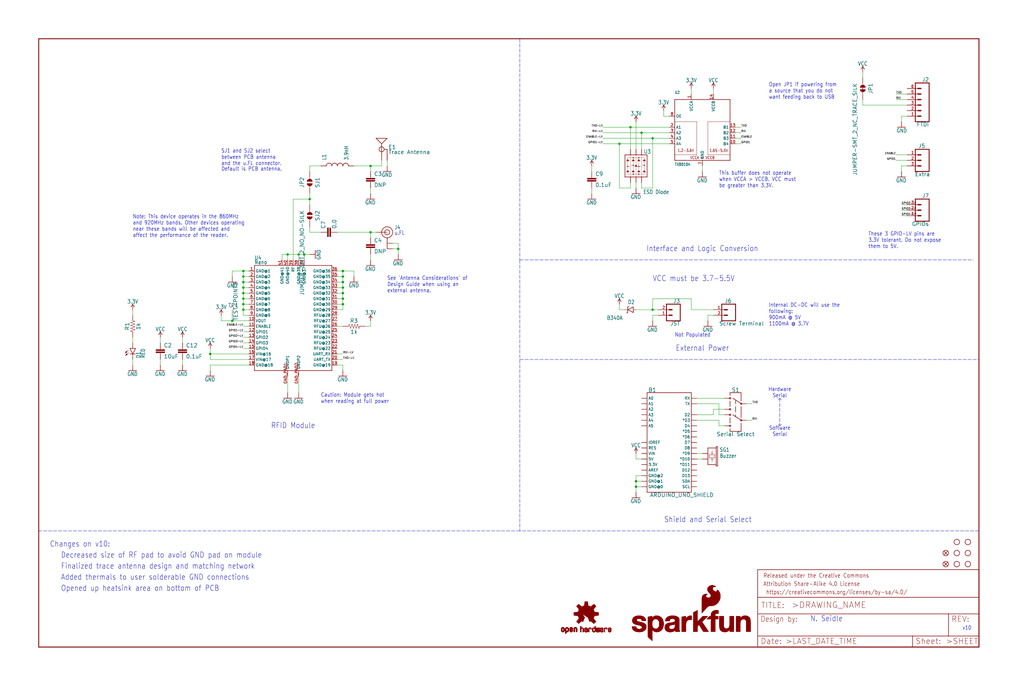
<source format=kicad_sch>
(kicad_sch (version 20211123) (generator eeschema)
  (paper "User" 470.306 317.906)
  (lib_symbols
    (symbol "eagleSchem-eagle-import:0.1UF-0603-25V-(+80{slash}-20%)"
      (property "Reference" "C" (at 1.524 2.921 0))
      (property "Value" "0.1UF-0603-25V-(+80{slash}-20%)" (at 1.524 -2.159 0))
      (symbol "0.1UF-0603-25V-(+80{slash}-20%)_1_0"
        (pin passive line (at 0 5.08 270) (length 2.54) (name "1") (number "1"))
        (pin passive line (at 0 -2.54 90) (length 2.54) (name "2") (number "2"))
      )
    )
    (symbol "eagleSchem-eagle-import:1.0PF-0603-50V-25%"
      (property "Reference" "C" (at 1.524 2.921 0))
      (property "Value" "1.0PF-0603-50V-25%" (at 1.524 -2.159 0))
      (symbol "1.0PF-0603-50V-25%_1_0"
        (pin passive line (at 0 5.08 270) (length 2.54) (name "1") (number "1"))
        (pin passive line (at 0 -2.54 90) (length 2.54) (name "2") (number "2"))
      )
    )
    (symbol "eagleSchem-eagle-import:10UF-0805-10V-10%"
      (property "Reference" "C" (at 1.524 2.921 0))
      (property "Value" "10UF-0805-10V-10%" (at 1.524 -2.159 0))
      (symbol "10UF-0805-10V-10%_1_0"
        (pin passive line (at 0 5.08 270) (length 2.54) (name "1") (number "1"))
        (pin passive line (at 0 -2.54 90) (length 2.54) (name "2") (number "2"))
      )
    )
    (symbol "eagleSchem-eagle-import:1KOHM-0603-1{slash}10W-1%"
      (property "Reference" "R" (at 0 1.524 0))
      (property "Value" "1KOHM-0603-1{slash}10W-1%" (at 0 -1.524 0))
      (symbol "1KOHM-0603-1{slash}10W-1%_1_0"
        (pin passive line (at -5.08 0 0) (length 2.54) (name "1") (number "1"))
        (pin passive line (at 5.08 0 180) (length 2.54) (name "2") (number "2"))
      )
    )
    (symbol "eagleSchem-eagle-import:3.3V" (power)
      (property "Value" "3.3V" (at 0 2.794 0))
      (symbol "3.3V_1_0"
        (pin power_in line (at 0 0 90) (length 2.54) (name "3.3V") (number "1"))
      )
    )
    (symbol "eagleSchem-eagle-import:3.9NH_-+0.3NH_300MA(0603)0603"
      (property "Reference" "L" (at 2.54 5.08 0))
      (property "Value" "3.9NH_-+0.3NH_300MA(0603)0603" (at 2.54 -5.08 0))
      (symbol "3.9NH_-+0.3NH_300MA(0603)0603_1_0"
        (pin passive line (at 0 7.62 270) (length 2.54) (name "1") (number "1"))
        (pin passive line (at 0 -7.62 90) (length 2.54) (name "2") (number "2"))
      )
    )
    (symbol "eagleSchem-eagle-import:ANTENNA_GROUNDED1"
      (property "Reference" "E" (at 3.048 0 0))
      (property "Value" "ANTENNA_GROUNDED1" (at 3.048 -2.286 0))
      (symbol "ANTENNA_GROUNDED1_1_0"
        (pin bidirectional line (at 0 -5.08 90) (length 2.54) (name "SIGNAL") (number "ANT"))
        (pin bidirectional line (at 2.54 -5.08 90) (length 2.54) (name "GND") (number "GND@1"))
        (pin bidirectional line (at 2.54 -5.08 90) (length 2.54) (name "GND") (number "GND@2"))
        (pin bidirectional line (at 2.54 -5.08 90) (length 2.54) (name "GND") (number "GND@3"))
      )
    )
    (symbol "eagleSchem-eagle-import:ARDUINO_UNO_R3_SHIELDBASIC"
      (property "Reference" "B" (at -9.652 20.574 0))
      (property "Value" "ARDUINO_UNO_R3_SHIELDBASIC" (at -8.89 -25.654 0))
      (symbol "ARDUINO_UNO_R3_SHIELDBASIC_1_0"
        (pin bidirectional line (at -12.7 -12.7 0) (length 2.54) (name "3.3V") (number "3.3V"))
        (pin bidirectional line (at -12.7 -10.16 0) (length 2.54) (name "5V") (number "5V"))
        (pin bidirectional line (at -12.7 17.78 0) (length 2.54) (name "A0") (number "A0"))
        (pin bidirectional line (at -12.7 15.24 0) (length 2.54) (name "A1") (number "A1"))
        (pin bidirectional line (at -12.7 12.7 0) (length 2.54) (name "A2") (number "A2"))
        (pin bidirectional line (at -12.7 10.16 0) (length 2.54) (name "A3") (number "A3"))
        (pin bidirectional line (at -12.7 7.62 0) (length 2.54) (name "A4") (number "A4"))
        (pin bidirectional line (at -12.7 5.08 0) (length 2.54) (name "A5") (number "A5"))
        (pin bidirectional line (at -12.7 -15.24 0) (length 2.54) (name "AREF") (number "AREF"))
        (pin bidirectional line (at 12.7 -10.16 180) (length 2.54) (name "*D10") (number "D10"))
        (pin bidirectional line (at 12.7 -12.7 180) (length 2.54) (name "*D11") (number "D11"))
        (pin bidirectional line (at 12.7 -15.24 180) (length 2.54) (name "D12") (number "D12"))
        (pin bidirectional line (at 12.7 -17.78 180) (length 2.54) (name "D13") (number "D13"))
        (pin bidirectional line (at 12.7 10.16 180) (length 2.54) (name "D2") (number "D2"))
        (pin bidirectional line (at 12.7 7.62 180) (length 2.54) (name "*D3") (number "D3"))
        (pin bidirectional line (at 12.7 5.08 180) (length 2.54) (name "D4") (number "D4"))
        (pin bidirectional line (at 12.7 2.54 180) (length 2.54) (name "*D5") (number "D5"))
        (pin bidirectional line (at 12.7 0 180) (length 2.54) (name "*D6") (number "D6"))
        (pin bidirectional line (at 12.7 -2.54 180) (length 2.54) (name "D7") (number "D7"))
        (pin bidirectional line (at 12.7 -5.08 180) (length 2.54) (name "D8") (number "D8"))
        (pin bidirectional line (at 12.7 -7.62 180) (length 2.54) (name "*D9") (number "D9"))
        (pin bidirectional line (at -12.7 -22.86 0) (length 2.54) (name "GND@0") (number "GND@0"))
        (pin bidirectional line (at -12.7 -20.32 0) (length 2.54) (name "GND@1") (number "GND@1"))
        (pin bidirectional line (at -12.7 -17.78 0) (length 2.54) (name "GND@2") (number "GND@2"))
        (pin bidirectional line (at -12.7 -2.54 0) (length 2.54) (name "IOREF") (number "IOREF"))
        (pin bidirectional line (at -12.7 -5.08 0) (length 2.54) (name "RES") (number "RES"))
        (pin bidirectional line (at 12.7 17.78 180) (length 2.54) (name "RX") (number "RX"))
        (pin bidirectional line (at 12.7 -22.86 180) (length 2.54) (name "SCL") (number "SCL"))
        (pin bidirectional line (at 12.7 -20.32 180) (length 2.54) (name "SDA") (number "SDA"))
        (pin bidirectional line (at 12.7 15.24 180) (length 2.54) (name "TX") (number "TX"))
        (pin bidirectional line (at -12.7 -7.62 0) (length 2.54) (name "VIN") (number "VIN"))
      )
    )
    (symbol "eagleSchem-eagle-import:BUZZERSMD2"
      (property "Reference" "SG" (at -2.54 5.08 0))
      (property "Value" "BUZZERSMD2" (at 6.35 0 0))
      (symbol "BUZZERSMD2_1_0"
        (pin passive line (at 0 -2.54 90) (length 2.54) (name "1") (number "+"))
        (pin passive line (at 2.54 -2.54 90) (length 2.54) (name "2") (number "-"))
      )
    )
    (symbol "eagleSchem-eagle-import:CONN_023.5MM"
      (property "Reference" "J" (at -2.54 5.588 0))
      (property "Value" "CONN_023.5MM" (at -2.54 -4.826 0))
      (symbol "CONN_023.5MM_1_0"
        (pin passive line (at 7.62 0 180) (length 5.08) (name "1") (number "1"))
        (pin passive line (at 7.62 2.54 180) (length 5.08) (name "2") (number "2"))
      )
    )
    (symbol "eagleSchem-eagle-import:CONN_02JST-PTH-2"
      (property "Reference" "J" (at -2.54 5.588 0))
      (property "Value" "CONN_02JST-PTH-2" (at -2.54 -4.826 0))
      (symbol "CONN_02JST-PTH-2_1_0"
        (pin passive line (at 7.62 0 180) (length 5.08) (name "1") (number "1"))
        (pin passive line (at 7.62 2.54 180) (length 5.08) (name "2") (number "2"))
      )
    )
    (symbol "eagleSchem-eagle-import:CONN_03"
      (property "Reference" "J" (at -2.54 5.588 0))
      (property "Value" "CONN_03" (at -2.54 -7.366 0))
      (symbol "CONN_03_1_0"
        (pin passive line (at 7.62 -2.54 180) (length 5.08) (name "1") (number "1"))
        (pin passive line (at 7.62 0 180) (length 5.08) (name "2") (number "2"))
        (pin passive line (at 7.62 2.54 180) (length 5.08) (name "3") (number "3"))
      )
    )
    (symbol "eagleSchem-eagle-import:CONN_06SILK_FEMALE_PTH"
      (property "Reference" "J" (at -5.08 10.668 0))
      (property "Value" "CONN_06SILK_FEMALE_PTH" (at -5.08 -9.906 0))
      (symbol "CONN_06SILK_FEMALE_PTH_1_0"
        (pin passive line (at 5.08 -5.08 180) (length 5.08) (name "1") (number "1"))
        (pin passive line (at 5.08 -2.54 180) (length 5.08) (name "2") (number "2"))
        (pin passive line (at 5.08 0 180) (length 5.08) (name "3") (number "3"))
        (pin passive line (at 5.08 2.54 180) (length 5.08) (name "4") (number "4"))
        (pin passive line (at 5.08 5.08 180) (length 5.08) (name "5") (number "5"))
        (pin passive line (at 5.08 7.62 180) (length 5.08) (name "6") (number "6"))
      )
    )
    (symbol "eagleSchem-eagle-import:DIODE-SCHOTTKY-B340A"
      (property "Reference" "D" (at 2.54 0.4826 0))
      (property "Value" "DIODE-SCHOTTKY-B340A" (at 2.54 -2.3114 0))
      (symbol "DIODE-SCHOTTKY-B340A_1_0"
        (pin passive line (at -2.54 0 0) (length 0) (name "A") (number "A"))
        (pin passive line (at 2.54 0 180) (length 0) (name "C") (number "C"))
      )
    )
    (symbol "eagleSchem-eagle-import:FIDUCIAL1X2")
    (symbol "eagleSchem-eagle-import:FRAME-LEDGER"
      (symbol "FRAME-LEDGER_2_0"
        (text " https://creativecommons.org/licenses/by-sa/4.0/" (at 2.54 24.13 0) (effects (font (size 1.9304 1.6408)) (justify left bottom)))
        (text ">DRAWING_NAME" (at 15.494 17.78 0) (effects (font (size 2.7432 2.7432)) (justify left bottom)))
        (text ">LAST_DATE_TIME" (at 12.7 1.27 0) (effects (font (size 2.54 2.54)) (justify left bottom)))
        (text ">SHEET" (at 86.36 1.27 0) (effects (font (size 2.54 2.54)) (justify left bottom)))
        (text "Attribution Share-Alike 4.0 License" (at 2.54 27.94 0) (effects (font (size 1.9304 1.6408)) (justify left bottom)))
        (text "Date:" (at 1.27 1.27 0) (effects (font (size 2.54 2.54)) (justify left bottom)))
        (text "Design by:" (at 1.27 11.43 0) (effects (font (size 2.54 2.159)) (justify left bottom)))
        (text "Released under the Creative Commons" (at 2.54 31.75 0) (effects (font (size 1.9304 1.6408)) (justify left bottom)))
        (text "REV:" (at 88.9 11.43 0) (effects (font (size 2.54 2.54)) (justify left bottom)))
        (text "Sheet:" (at 72.39 1.27 0) (effects (font (size 2.54 2.54)) (justify left bottom)))
        (text "TITLE:" (at 1.524 17.78 0) (effects (font (size 2.54 2.54)) (justify left bottom)))
      )
    )
    (symbol "eagleSchem-eagle-import:GND" (power)
      (property "Value" "GND" (at -2.54 -2.54 0))
      (symbol "GND_1_0"
        (pin power_in line (at 0 2.54 270) (length 2.54) (name "GND") (number "1"))
      )
    )
    (symbol "eagleSchem-eagle-import:JUMPER-SMT_2_NC_TRACE_SILK"
      (property "Reference" "JP" (at -2.54 2.54 0))
      (property "Value" "JUMPER-SMT_2_NC_TRACE_SILK" (at -2.54 -2.54 0))
      (symbol "JUMPER-SMT_2_NC_TRACE_SILK_1_0"
        (pin passive line (at -5.08 0 0) (length 2.54) (name "1") (number "1"))
        (pin passive line (at 5.08 0 180) (length 2.54) (name "2") (number "2"))
      )
    )
    (symbol "eagleSchem-eagle-import:JUMPER-SMT_2_NO_NO-SILK"
      (property "Reference" "JP" (at -2.54 2.54 0))
      (property "Value" "JUMPER-SMT_2_NO_NO-SILK" (at -2.54 -2.54 0))
      (symbol "JUMPER-SMT_2_NO_NO-SILK_1_0"
        (pin passive line (at -5.08 0 0) (length 2.54) (name "1") (number "1"))
        (pin passive line (at 5.08 0 180) (length 2.54) (name "2") (number "2"))
      )
    )
    (symbol "eagleSchem-eagle-import:LED-RED0603"
      (property "Reference" "D" (at 3.556 -4.572 90))
      (property "Value" "LED-RED0603" (at 5.715 -4.572 90))
      (symbol "LED-RED0603_1_0"
        (pin passive line (at 0 2.54 270) (length 2.54) (name "A") (number "A"))
        (pin passive line (at 0 -5.08 90) (length 2.54) (name "C") (number "C"))
      )
    )
    (symbol "eagleSchem-eagle-import:OSHW-LOGOS")
    (symbol "eagleSchem-eagle-import:SFE_LOGO_NAME_FLAME.1_INCH")
    (symbol "eagleSchem-eagle-import:STAND-OFF")
    (symbol "eagleSchem-eagle-import:SWITCH-DPDT-SMD-AYZ0202"
      (property "Reference" "S" (at 0 7.874 0))
      (property "Value" "SWITCH-DPDT-SMD-AYZ0202" (at 0 -10.414 0))
      (symbol "SWITCH-DPDT-SMD-AYZ0202_1_0"
        (pin bidirectional line (at 5.08 5.08 180) (length 2.54) (name "1") (number "1"))
        (pin bidirectional line (at -5.08 2.54 0) (length 2.54) (name "2") (number "2"))
        (pin bidirectional line (at 5.08 0 180) (length 2.54) (name "3") (number "3"))
        (pin bidirectional line (at 5.08 -2.54 180) (length 2.54) (name "4") (number "4"))
        (pin bidirectional line (at -5.08 -5.08 0) (length 2.54) (name "5") (number "5"))
        (pin bidirectional line (at 5.08 -7.62 180) (length 2.54) (name "6") (number "6"))
      )
    )
    (symbol "eagleSchem-eagle-import:TEST-POINT3"
      (property "Reference" "TP" (at -2.54 2.54 0))
      (property "Value" "TEST-POINT3" (at -2.54 -2.54 0))
      (symbol "TEST-POINT3_1_0"
        (pin bidirectional line (at 0 0 180) (length 0) (name "1") (number "P$1"))
      )
    )
    (symbol "eagleSchem-eagle-import:TVS_DIODE_ARRAYSMD"
      (property "Reference" "U" (at 2.54 -10.16 0))
      (property "Value" "TVS_DIODE_ARRAYSMD" (at 2.54 -12.7 0))
      (symbol "TVS_DIODE_ARRAYSMD_1_0"
        (pin bidirectional line (at -2.54 -7.62 90) (length 2.54) (name "IO1") (number "1"))
        (pin bidirectional line (at 0 -7.62 90) (length 2.54) (name "VSS") (number "2"))
        (pin bidirectional line (at 2.54 -7.62 90) (length 2.54) (name "IO2") (number "3"))
        (pin bidirectional line (at 2.54 7.62 270) (length 2.54) (name "IO3") (number "4"))
        (pin bidirectional line (at 0 7.62 270) (length 2.54) (name "VCC") (number "5"))
        (pin bidirectional line (at -2.54 7.62 270) (length 2.54) (name "IO4") (number "6"))
      )
    )
    (symbol "eagleSchem-eagle-import:TXB0104PWRSOIC14"
      (property "Reference" "U" (at -12.7 17.78 0))
      (property "Value" "TXB0104PWRSOIC14" (at -12.7 -15.24 0))
      (symbol "TXB0104PWRSOIC14_1_0"
        (text "1.2-3.6V" (at -11.43 -8.89 0) (effects (font (size 1.27 1.0795)) (justify left bottom)))
        (text "1.65-5.5V" (at 3.175 -8.89 0) (effects (font (size 1.27 1.0795)) (justify left bottom)))
        (text "VCCA ≤ VCCB" (at 0 -12.192 0) (effects (font (size 1.27 1.0795)) (justify bottom)))
        (pin bidirectional line (at -5.08 17.78 270) (length 2.54) (name "VCCA") (number "1"))
        (pin bidirectional line (at 15.24 -5.08 180) (length 2.54) (name "B4") (number "10"))
        (pin bidirectional line (at 15.24 -2.54 180) (length 2.54) (name "B3") (number "11"))
        (pin bidirectional line (at 15.24 0 180) (length 2.54) (name "B2") (number "12"))
        (pin bidirectional line (at 15.24 2.54 180) (length 2.54) (name "B1") (number "13"))
        (pin bidirectional line (at 5.08 17.78 270) (length 2.54) (name "VCCB") (number "14"))
        (pin bidirectional line (at -15.24 2.54 0) (length 2.54) (name "A1") (number "2"))
        (pin bidirectional line (at -15.24 0 0) (length 2.54) (name "A2") (number "3"))
        (pin bidirectional line (at -15.24 -2.54 0) (length 2.54) (name "A3") (number "4"))
        (pin bidirectional line (at -15.24 -5.08 0) (length 2.54) (name "A4") (number "5"))
        (pin bidirectional line (at 0 -15.24 90) (length 2.54) (name "GND") (number "7"))
        (pin bidirectional line (at -15.24 7.62 0) (length 2.54) (name "OE") (number "8"))
      )
    )
    (symbol "eagleSchem-eagle-import:U.FL"
      (property "Reference" "J" (at -3.81 4.064 0))
      (symbol "U.FL_1_0"
        (pin bidirectional line (at -2.54 -5.08 0) (length 2.54) (name "GND@0") (number "P$1"))
        (pin bidirectional line (at -2.54 -7.62 0) (length 2.54) (name "GND@1") (number "P$2"))
        (pin bidirectional line (at 5.08 0 180) (length 5.08) (name "SIGNAL") (number "P$3"))
      )
    )
    (symbol "eagleSchem-eagle-import:UHF_RFID_NANO_MODULE"
      (property "Reference" "U" (at -17.78 25.4 0))
      (property "Value" "UHF_RFID_NANO_MODULE" (at -17.78 23.368 0))
      (symbol "UHF_RFID_NANO_MODULE_1_0"
        (pin bidirectional line (at -20.32 20.32 0) (length 2.54) (name "GND@1") (number "1"))
        (pin bidirectional line (at -20.32 -2.54 0) (length 2.54) (name "VOUT") (number "10"))
        (pin bidirectional line (at -20.32 -5.08 0) (length 2.54) (name "ENABLE") (number "11"))
        (pin bidirectional line (at -20.32 -7.62 0) (length 2.54) (name "GPIO1") (number "12"))
        (pin bidirectional line (at -20.32 -10.16 0) (length 2.54) (name "GPIO2") (number "13"))
        (pin bidirectional line (at -20.32 -12.7 0) (length 2.54) (name "GPIO3") (number "14"))
        (pin bidirectional line (at -20.32 -15.24 0) (length 2.54) (name "GPIO4") (number "15"))
        (pin bidirectional line (at -20.32 -17.78 0) (length 2.54) (name "VIN@16") (number "16"))
        (pin bidirectional line (at -20.32 -20.32 0) (length 2.54) (name "VIN@17") (number "17"))
        (pin bidirectional line (at -20.32 -22.86 0) (length 2.54) (name "GND@18") (number "18"))
        (pin bidirectional line (at 20.32 -22.86 180) (length 2.54) (name "GND@19") (number "19"))
        (pin bidirectional line (at -20.32 17.78 0) (length 2.54) (name "GND@2") (number "2"))
        (pin bidirectional line (at 20.32 -20.32 180) (length 2.54) (name "UART_TX") (number "20"))
        (pin bidirectional line (at 20.32 -17.78 180) (length 2.54) (name "UART_RX") (number "21"))
        (pin bidirectional line (at 20.32 -15.24 180) (length 2.54) (name "RFU@22") (number "22"))
        (pin bidirectional line (at 20.32 -12.7 180) (length 2.54) (name "RFU@23") (number "23"))
        (pin bidirectional line (at 20.32 -10.16 180) (length 2.54) (name "RFU@24") (number "24"))
        (pin bidirectional line (at 20.32 -7.62 180) (length 2.54) (name "RFU@25") (number "25"))
        (pin bidirectional line (at 20.32 -5.08 180) (length 2.54) (name "RFU@26") (number "26"))
        (pin bidirectional line (at 20.32 -2.54 180) (length 2.54) (name "RFU@27") (number "27"))
        (pin bidirectional line (at 20.32 0 180) (length 2.54) (name "RFU@28") (number "28"))
        (pin bidirectional line (at 20.32 2.54 180) (length 2.54) (name "GND@29") (number "29"))
        (pin bidirectional line (at -20.32 15.24 0) (length 2.54) (name "GND@3") (number "3"))
        (pin bidirectional line (at 20.32 5.08 180) (length 2.54) (name "GND@30") (number "30"))
        (pin bidirectional line (at 20.32 7.62 180) (length 2.54) (name "GND@31") (number "31"))
        (pin bidirectional line (at 20.32 10.16 180) (length 2.54) (name "GND@32") (number "32"))
        (pin bidirectional line (at 20.32 12.7 180) (length 2.54) (name "GND@33") (number "33"))
        (pin bidirectional line (at 20.32 15.24 180) (length 2.54) (name "GND@34") (number "34"))
        (pin bidirectional line (at 20.32 17.78 180) (length 2.54) (name "GND@35") (number "35"))
        (pin bidirectional line (at 20.32 20.32 180) (length 2.54) (name "GND@36") (number "36"))
        (pin bidirectional line (at 5.08 25.4 270) (length 2.54) (name "GND@37") (number "37"))
        (pin bidirectional line (at 2.54 25.4 270) (length 2.54) (name "GND@38") (number "38"))
        (pin bidirectional line (at 0 25.4 270) (length 2.54) (name "RF") (number "39"))
        (pin bidirectional line (at -20.32 12.7 0) (length 2.54) (name "GND@4") (number "4"))
        (pin bidirectional line (at -2.54 25.4 270) (length 2.54) (name "GND@40") (number "40"))
        (pin bidirectional line (at -5.08 25.4 270) (length 2.54) (name "GND@41") (number "41"))
        (pin bidirectional line (at -20.32 10.16 0) (length 2.54) (name "GND@5") (number "5"))
        (pin bidirectional line (at -20.32 7.62 0) (length 2.54) (name "GND@6") (number "6"))
        (pin bidirectional line (at -20.32 5.08 0) (length 2.54) (name "GND@7") (number "7"))
        (pin bidirectional line (at -20.32 2.54 0) (length 2.54) (name "GND@8") (number "8"))
        (pin bidirectional line (at -20.32 0 0) (length 2.54) (name "GND@9") (number "9"))
        (pin bidirectional line (at -2.54 -27.94 90) (length 2.54) (name "GNDP1") (number "GND_PAD1"))
        (pin bidirectional line (at 2.54 -27.94 90) (length 2.54) (name "GNDP2") (number "GND_PAD2"))
      )
    )
    (symbol "eagleSchem-eagle-import:VCC" (power)
      (property "Value" "VCC" (at 0 2.794 0))
      (symbol "VCC_1_0"
        (pin power_in line (at 0 0 90) (length 2.54) (name "VCC") (number "1"))
      )
    )
  )
  (junction (at 111.76 129.54))
  (junction (at 157.48 137.16))
  (junction (at 111.76 124.46))
  (junction (at 299.72 142.24))
  (junction (at 284.48 66.04))
  (junction (at 111.76 139.7))
  (junction (at 182.88 114.3))
  (junction (at 106.68 147.32))
  (junction (at 132.08 116.84))
  (junction (at 111.76 137.16))
  (junction (at 157.48 132.08))
  (junction (at 289.56 58.42))
  (junction (at 157.48 124.46))
  (junction (at 96.52 162.56))
  (junction (at 111.76 142.24))
  (junction (at 111.76 132.08))
  (junction (at 157.48 139.7))
  (junction (at 157.48 134.62))
  (junction (at 170.18 76.2))
  (junction (at 111.76 127))
  (junction (at 139.7 116.84))
  (junction (at 111.76 134.62))
  (junction (at 294.64 60.96))
  (junction (at 137.16 116.84))
  (junction (at 157.48 129.54))
  (junction (at 292.1 220.98))
  (junction (at 299.72 63.5))
  (junction (at 157.48 127))
  (junction (at 292.1 223.52))
  (junction (at 170.18 106.68))
  (junction (at 142.24 91.44))
  (wire (pts (xy 157.48 167.64) (xy 157.48 170.18)))
  (wire (pts (xy 294.64 60.96) (xy 276.86 60.96)))
  (wire (pts (xy 342.9 193.04) (xy 345.44 193.04)))
  (polyline (pts (xy 358.14 182.88) (xy 358.902 183.642)))
  (wire (pts (xy 154.94 165.1) (xy 157.48 165.1)))
  (wire (pts (xy 157.48 127) (xy 157.48 124.46)))
  (wire (pts (xy 299.72 86.36) (xy 299.72 63.5)))
  (wire (pts (xy 317.5 137.16) (xy 299.72 137.16)))
  (wire (pts (xy 162.56 76.2) (xy 170.18 76.2)))
  (wire (pts (xy 416.56 71.12) (xy 411.48 71.12)))
  (wire (pts (xy 111.76 137.16) (xy 111.76 139.7)))
  (wire (pts (xy 114.3 124.46) (xy 111.76 124.46)))
  (wire (pts (xy 177.8 73.66) (xy 177.8 76.2)))
  (wire (pts (xy 327.66 144.78) (xy 325.12 144.78)))
  (wire (pts (xy 302.26 144.78) (xy 299.72 144.78)))
  (wire (pts (xy 320.04 190.5) (xy 327.66 190.5)))
  (wire (pts (xy 299.72 137.16) (xy 299.72 142.24)))
  (wire (pts (xy 114.3 147.32) (xy 106.68 147.32)))
  (wire (pts (xy 396.24 33.02) (xy 396.24 35.56)))
  (polyline (pts (xy 238.76 165.1) (xy 449.58 165.1)))
  (wire (pts (xy 294.64 218.44) (xy 292.1 218.44)))
  (wire (pts (xy 157.48 132.08) (xy 157.48 129.54)))
  (wire (pts (xy 307.34 53.34) (xy 304.8 53.34)))
  (wire (pts (xy 154.94 132.08) (xy 157.48 132.08)))
  (wire (pts (xy 292.1 220.98) (xy 292.1 223.52)))
  (wire (pts (xy 139.7 119.38) (xy 139.7 116.84)))
  (wire (pts (xy 60.96 154.94) (xy 60.96 157.48)))
  (wire (pts (xy 320.04 193.04) (xy 330.2 193.04)))
  (wire (pts (xy 325.12 144.78) (xy 325.12 147.32)))
  (wire (pts (xy 139.7 116.84) (xy 142.24 116.84)))
  (wire (pts (xy 304.8 53.34) (xy 304.8 50.8)))
  (wire (pts (xy 320.04 210.82) (xy 322.58 210.82)))
  (wire (pts (xy 320.04 185.42) (xy 330.2 185.42)))
  (wire (pts (xy 154.94 127) (xy 157.48 127)))
  (wire (pts (xy 175.26 76.2) (xy 170.18 76.2)))
  (wire (pts (xy 175.26 76.2) (xy 175.26 73.66)))
  (polyline (pts (xy 449.58 243.84) (xy 238.76 243.84)))
  (wire (pts (xy 111.76 127) (xy 111.76 129.54)))
  (wire (pts (xy 271.78 76.2) (xy 271.78 78.74)))
  (wire (pts (xy 137.16 116.84) (xy 139.7 116.84)))
  (polyline (pts (xy 238.76 119.38) (xy 447.04 119.38)))
  (wire (pts (xy 157.48 134.62) (xy 157.48 132.08)))
  (wire (pts (xy 292.1 218.44) (xy 292.1 220.98)))
  (wire (pts (xy 416.56 96.52) (xy 414.02 96.52)))
  (wire (pts (xy 154.94 137.16) (xy 157.48 137.16)))
  (wire (pts (xy 96.52 162.56) (xy 96.52 160.02)))
  (wire (pts (xy 299.72 144.78) (xy 299.72 147.32)))
  (wire (pts (xy 101.6 147.32) (xy 101.6 144.78)))
  (wire (pts (xy 294.64 220.98) (xy 292.1 220.98)))
  (wire (pts (xy 142.24 88.9) (xy 142.24 91.44)))
  (wire (pts (xy 137.16 172.72) (xy 137.16 180.34)))
  (wire (pts (xy 114.3 154.94) (xy 111.76 154.94)))
  (wire (pts (xy 96.52 167.64) (xy 96.52 170.18)))
  (wire (pts (xy 337.82 60.96) (xy 340.36 60.96)))
  (wire (pts (xy 416.56 53.34) (xy 414.02 53.34)))
  (wire (pts (xy 154.94 167.64) (xy 157.48 167.64)))
  (wire (pts (xy 182.88 111.76) (xy 182.88 114.3)))
  (wire (pts (xy 170.18 88.9) (xy 170.18 86.36)))
  (wire (pts (xy 157.48 139.7) (xy 157.48 137.16)))
  (wire (pts (xy 337.82 58.42) (xy 340.36 58.42)))
  (wire (pts (xy 294.64 68.58) (xy 294.64 60.96)))
  (wire (pts (xy 299.72 63.5) (xy 276.86 63.5)))
  (wire (pts (xy 284.48 66.04) (xy 276.86 66.04)))
  (wire (pts (xy 154.94 134.62) (xy 157.48 134.62)))
  (wire (pts (xy 292.1 223.52) (xy 292.1 226.06)))
  (wire (pts (xy 271.78 88.9) (xy 271.78 86.36)))
  (wire (pts (xy 157.48 129.54) (xy 157.48 127)))
  (wire (pts (xy 111.76 139.7) (xy 111.76 142.24)))
  (wire (pts (xy 180.34 114.3) (xy 182.88 114.3)))
  (wire (pts (xy 132.08 172.72) (xy 132.08 180.34)))
  (wire (pts (xy 292.1 210.82) (xy 292.1 208.28)))
  (wire (pts (xy 317.5 142.24) (xy 317.5 137.16)))
  (wire (pts (xy 154.94 142.24) (xy 157.48 142.24)))
  (wire (pts (xy 137.16 119.38) (xy 137.16 116.84)))
  (wire (pts (xy 337.82 63.5) (xy 340.36 63.5)))
  (wire (pts (xy 114.3 139.7) (xy 111.76 139.7)))
  (wire (pts (xy 111.76 129.54) (xy 111.76 132.08)))
  (wire (pts (xy 157.48 124.46) (xy 154.94 124.46)))
  (wire (pts (xy 416.56 48.26) (xy 396.24 48.26)))
  (wire (pts (xy 294.64 83.82) (xy 294.64 86.36)))
  (wire (pts (xy 114.3 132.08) (xy 111.76 132.08)))
  (wire (pts (xy 170.18 149.86) (xy 170.18 147.32)))
  (wire (pts (xy 294.64 86.36) (xy 299.72 86.36)))
  (wire (pts (xy 162.56 124.46) (xy 162.56 127)))
  (wire (pts (xy 111.76 124.46) (xy 111.76 127)))
  (wire (pts (xy 114.3 160.02) (xy 111.76 160.02)))
  (wire (pts (xy 114.3 137.16) (xy 111.76 137.16)))
  (wire (pts (xy 320.04 208.28) (xy 322.58 208.28)))
  (wire (pts (xy 154.94 129.54) (xy 157.48 129.54)))
  (wire (pts (xy 60.96 142.24) (xy 60.96 144.78)))
  (polyline (pts (xy 358.14 195.58) (xy 357.378 194.818)))
  (wire (pts (xy 307.34 60.96) (xy 294.64 60.96)))
  (wire (pts (xy 167.64 149.86) (xy 170.18 149.86)))
  (wire (pts (xy 142.24 91.44) (xy 134.62 91.44)))
  (wire (pts (xy 307.34 66.04) (xy 284.48 66.04)))
  (wire (pts (xy 396.24 48.26) (xy 396.24 45.72)))
  (wire (pts (xy 129.54 119.38) (xy 129.54 116.84)))
  (wire (pts (xy 327.66 187.96) (xy 332.74 187.96)))
  (wire (pts (xy 154.94 106.68) (xy 170.18 106.68)))
  (wire (pts (xy 157.48 137.16) (xy 157.48 134.62)))
  (wire (pts (xy 330.2 193.04) (xy 330.2 195.58)))
  (polyline (pts (xy 358.14 195.58) (xy 358.902 194.818)))
  (wire (pts (xy 154.94 149.86) (xy 157.48 149.86)))
  (wire (pts (xy 327.66 40.64) (xy 327.66 43.18)))
  (wire (pts (xy 170.18 106.68) (xy 170.18 109.22)))
  (wire (pts (xy 337.82 66.04) (xy 340.36 66.04)))
  (polyline (pts (xy 358.14 182.88) (xy 358.14 195.58)))
  (wire (pts (xy 292.1 55.88) (xy 292.1 68.58)))
  (wire (pts (xy 416.56 43.18) (xy 411.48 43.18)))
  (wire (pts (xy 289.56 86.36) (xy 284.48 86.36)))
  (wire (pts (xy 154.94 139.7) (xy 157.48 139.7)))
  (wire (pts (xy 114.3 167.64) (xy 96.52 167.64)))
  (wire (pts (xy 114.3 129.54) (xy 111.76 129.54)))
  (polyline (pts (xy 358.14 182.88) (xy 357.378 183.642)))
  (wire (pts (xy 287.02 142.24) (xy 284.48 142.24)))
  (wire (pts (xy 111.76 132.08) (xy 111.76 134.62)))
  (wire (pts (xy 289.56 83.82) (xy 289.56 86.36)))
  (wire (pts (xy 299.72 142.24) (xy 292.1 142.24)))
  (wire (pts (xy 294.64 223.52) (xy 292.1 223.52)))
  (wire (pts (xy 96.52 162.56) (xy 96.52 165.1)))
  (wire (pts (xy 292.1 86.36) (xy 292.1 83.82)))
  (wire (pts (xy 327.66 190.5) (xy 327.66 187.96)))
  (polyline (pts (xy 238.76 243.84) (xy 17.78 243.84)))
  (wire (pts (xy 106.68 124.46) (xy 106.68 127)))
  (wire (pts (xy 114.3 142.24) (xy 111.76 142.24)))
  (wire (pts (xy 106.68 147.32) (xy 101.6 147.32)))
  (wire (pts (xy 132.08 119.38) (xy 132.08 116.84)))
  (wire (pts (xy 106.68 144.78) (xy 106.68 147.32)))
  (wire (pts (xy 114.3 157.48) (xy 111.76 157.48)))
  (wire (pts (xy 170.18 119.38) (xy 170.18 116.84)))
  (wire (pts (xy 322.58 78.74) (xy 322.58 76.2)))
  (wire (pts (xy 111.76 134.62) (xy 111.76 137.16)))
  (polyline (pts (xy 238.76 17.78) (xy 238.76 119.38)))
  (wire (pts (xy 73.66 167.64) (xy 73.66 165.1)))
  (wire (pts (xy 416.56 73.66) (xy 411.48 73.66)))
  (wire (pts (xy 289.56 58.42) (xy 276.86 58.42)))
  (wire (pts (xy 182.88 114.3) (xy 182.88 116.84)))
  (wire (pts (xy 111.76 142.24) (xy 111.76 144.78)))
  (wire (pts (xy 114.3 127) (xy 111.76 127)))
  (wire (pts (xy 73.66 157.48) (xy 73.66 154.94)))
  (wire (pts (xy 416.56 76.2) (xy 414.02 76.2)))
  (wire (pts (xy 294.64 210.82) (xy 292.1 210.82)))
  (wire (pts (xy 289.56 68.58) (xy 289.56 58.42)))
  (wire (pts (xy 142.24 78.74) (xy 142.24 76.2)))
  (wire (pts (xy 83.82 167.64) (xy 83.82 165.1)))
  (wire (pts (xy 284.48 142.24) (xy 284.48 139.7)))
  (wire (pts (xy 320.04 182.88) (xy 332.74 182.88)))
  (wire (pts (xy 170.18 76.2) (xy 170.18 78.74)))
  (wire (pts (xy 96.52 165.1) (xy 114.3 165.1)))
  (wire (pts (xy 132.08 116.84) (xy 137.16 116.84)))
  (wire (pts (xy 114.3 152.4) (xy 111.76 152.4)))
  (wire (pts (xy 170.18 106.68) (xy 172.72 106.68)))
  (polyline (pts (xy 238.76 165.1) (xy 238.76 243.84)))
  (wire (pts (xy 142.24 76.2) (xy 147.32 76.2)))
  (wire (pts (xy 416.56 45.72) (xy 411.48 45.72)))
  (wire (pts (xy 129.54 116.84) (xy 132.08 116.84)))
  (wire (pts (xy 142.24 106.68) (xy 147.32 106.68)))
  (wire (pts (xy 114.3 134.62) (xy 111.76 134.62)))
  (wire (pts (xy 342.9 185.42) (xy 345.44 185.42)))
  (wire (pts (xy 83.82 157.48) (xy 83.82 154.94)))
  (wire (pts (xy 142.24 91.44) (xy 142.24 93.98)))
  (wire (pts (xy 60.96 167.64) (xy 60.96 165.1)))
  (wire (pts (xy 317.5 40.64) (xy 317.5 43.18)))
  (wire (pts (xy 134.62 119.38) (xy 134.62 91.44)))
  (polyline (pts (xy 238.76 119.38) (xy 238.76 165.1)))
  (wire (pts (xy 111.76 144.78) (xy 114.3 144.78)))
  (wire (pts (xy 416.56 93.98) (xy 414.02 93.98)))
  (wire (pts (xy 330.2 185.42) (xy 330.2 190.5)))
  (wire (pts (xy 307.34 63.5) (xy 299.72 63.5)))
  (wire (pts (xy 157.48 124.46) (xy 162.56 124.46)))
  (wire (pts (xy 416.56 99.06) (xy 414.02 99.06)))
  (wire (pts (xy 302.26 142.24) (xy 299.72 142.24)))
  (wire (pts (xy 414.02 53.34) (xy 414.02 55.88)))
  (wire (pts (xy 114.3 162.56) (xy 96.52 162.56)))
  (wire (pts (xy 307.34 58.42) (xy 289.56 58.42)))
  (wire (pts (xy 114.3 149.86) (xy 111.76 149.86)))
  (wire (pts (xy 330.2 195.58) (xy 332.74 195.58)))
  (wire (pts (xy 414.02 76.2) (xy 414.02 78.74)))
  (wire (pts (xy 284.48 86.36) (xy 284.48 66.04)))
  (wire (pts (xy 327.66 142.24) (xy 317.5 142.24)))
  (wire (pts (xy 154.94 162.56) (xy 157.48 162.56)))
  (wire (pts (xy 180.34 111.76) (xy 182.88 111.76)))
  (wire (pts (xy 142.24 104.14) (xy 142.24 106.68)))
  (wire (pts (xy 157.48 142.24) (xy 157.48 139.7)))
  (wire (pts (xy 330.2 190.5) (xy 332.74 190.5)))
  (wire (pts (xy 111.76 124.46) (xy 106.68 124.46)))
  (text "See 'Antenna Considerations' of\nDesign Guide when using an\nexternal antenna." (at 177.8 134.62 0) (effects (font (size 1.778 1.5113)) (justify left bottom)))
  (text "Decreased size of RF pad to avoid GND pad on module" (at 27.94 256.54 0) (effects (font (size 2.54 2.159)) (justify left bottom)))
  (text "Changes on v10:" (at 22.86 251.46 180) (effects (font (size 2.54 2.159)) (justify left bottom)))
  (text "Added thermals to user solderable GND connections" (at 27.94 266.7 180) (effects (font (size 2.54 2.159)) (justify left bottom)))
  (text "u.FL" (at 181.102 108.204 180) (effects (font (size 1.778 1.5113)) (justify left bottom)))
  (text "Finalized trace antenna design and matching network" (at 27.94 261.62 0) (effects (font (size 2.54 2.159)) (justify left bottom)))
  (text "Caution: Module gets hot\nwhen reading at full power" (at 147.32 185.42 0) (effects (font (size 1.778 1.5113)) (justify left bottom)))
  (text "Internal DC-DC will use the\nfollowing:\n900mA @ 5V\n1100mA @ 3.7V" (at 353.06 149.86 0) (effects (font (size 1.778 1.5113)) (justify left bottom)))
  (text "Shield and Serial Select" (at 325.12 238.76 180) (effects (font (size 2.54 2.159))))
  (text "Note: This device operates in the 860MHz\nand 920MHz bands. Other devices operating\nnear these bands will be affected and\naffect the performance of the reader." (at 60.96 109.22 0) (effects (font (size 1.778 1.5113)) (justify left bottom)))
  (text "Open JP1 if powering from\na source that you do not\nwant feeding back to USB" (at 353.06 45.72 0) (effects (font (size 1.778 1.5113)) (justify left bottom)))
  (text "These 3 GPIO-LV pins are\n3.3V tolerant. Do not expose\nthem to 5V." (at 398.78 114.3 0) (effects (font (size 1.778 1.5113)) (justify left bottom)))
  (text "Not Populated" (at 309.88 154.94 180) (effects (font (size 1.778 1.5113)) (justify left bottom)))
  (text "Hardware\nSerial" (at 358.14 180.34 180) (effects (font (size 1.778 1.5113))))
  (text "SJ1 and SJ2 select\nbetween PCB antenna\nand the u.FL connector." (at 101.6 76.2 0) (effects (font (size 1.778 1.5113)) (justify left bottom)))
  (text "Opened up heatsink area on bottom of PCB" (at 27.94 271.78 180) (effects (font (size 2.54 2.159)) (justify left bottom)))
  (text "Default is PCB antenna." (at 101.6 78.74 180) (effects (font (size 1.778 1.5113)) (justify left bottom)))
  (text "N. Seidle" (at 372.11 285.75 180) (effects (font (size 2.54 2.159)) (justify left bottom)))
  (text "Interface and Logic Conversion" (at 322.58 114.3 180) (effects (font (size 2.54 2.159))))
  (text "Software\nSerial" (at 358.14 198.12 180) (effects (font (size 1.778 1.5113))))
  (text "VCC must be 3.7-5.5V" (at 299.72 129.54 180) (effects (font (size 2.54 2.159)) (justify left bottom)))
  (text "RFID Module" (at 134.62 195.58 180) (effects (font (size 2.54 2.159))))
  (text "v10" (at 441.96 289.56 180) (effects (font (size 1.778 1.5113)) (justify left bottom)))
  (text "External Power" (at 322.58 160.02 180) (effects (font (size 2.54 2.159))))
  (text "This buffer does not operate\nwhen VCCA > VCCB. VCC must\nbe greater than 3.3V." (at 330.2 86.36 0) (effects (font (size 1.778 1.5113)) (justify left bottom)))
  (label "GPIO4-LV" (at 414.02 99.06 0) (effects (font (size 0.889 0.889))))
  (label "RXI-LV" (at 157.48 162.56 0) (effects (font (size 0.889 0.889))))
  (label "GPIO1-LV" (at 111.76 152.4 180) (effects (font (size 0.889 0.889))))
  (label "RXI" (at 411.48 45.72 0) (effects (font (size 0.889 0.889))))
  (label "ENABLE" (at 340.36 63.5 0) (effects (font (size 0.889 0.889))))
  (label "TXO" (at 345.44 185.42 0) (effects (font (size 0.889 0.889))))
  (label "TXO-LV" (at 157.48 165.1 0) (effects (font (size 0.889 0.889))))
  (label "GPIO2-LV" (at 111.76 154.94 180) (effects (font (size 0.889 0.889))))
  (label "TXO" (at 411.48 43.18 0) (effects (font (size 0.889 0.889))))
  (label "ENABLE" (at 411.48 71.12 180) (effects (font (size 0.889 0.889))))
  (label "GPIO3-LV" (at 111.76 157.48 180) (effects (font (size 0.889 0.889))))
  (label "RXI" (at 340.36 60.96 0) (effects (font (size 0.889 0.889))))
  (label "GPIO1-LV" (at 276.86 66.04 180) (effects (font (size 0.889 0.889))))
  (label "TXO-LV" (at 276.86 58.42 180) (effects (font (size 0.889 0.889))))
  (label "GPIO1" (at 411.48 73.66 180) (effects (font (size 0.889 0.889))))
  (label "ENABLE-LV" (at 276.86 63.5 180) (effects (font (size 0.889 0.889))))
  (label "GPIO3-LV" (at 414.02 96.52 0) (effects (font (size 0.889 0.889))))
  (label "RXI-LV" (at 276.86 60.96 180) (effects (font (size 0.889 0.889))))
  (label "RXI" (at 345.44 193.04 0) (effects (font (size 0.889 0.889))))
  (label "GPIO2-LV" (at 414.02 93.98 0) (effects (font (size 0.889 0.889))))
  (label "GPIO1" (at 340.36 66.04 0) (effects (font (size 0.889 0.889))))
  (label "TXO" (at 340.36 58.42 0) (effects (font (size 0.889 0.889))))
  (label "ENABLE-LV" (at 111.76 149.86 180) (effects (font (size 0.889 0.889))))
  (label "GPIO4-LV" (at 111.76 160.02 180) (effects (font (size 0.889 0.889))))
  (symbol (lib_id "eagleSchem-eagle-import:1.0PF-0603-50V-25%") (at 152.4 106.68 90) (unit 1)
    (property "Reference" "C7" (at 149.479 105.156 0) (effects (font (size 1.778 1.778)) (justify left bottom)))
    (property "Value" "0.0" (at 154.559 105.156 0) (effects (font (size 1.778 1.778)) (justify left bottom)))
    (property "Footprint" "eagleSchem:0603" (effects hide))
  )
  (symbol (lib_id "eagleSchem-eagle-import:SWITCH-DPDT-SMD-AYZ0202") (at 337.82 187.96 0) (mirror y) (unit 1)
    (property "Reference" "S1" (at 337.82 180.086 0) (effects (font (size 1.778 1.778)) (justify bottom)))
    (property "Value" "Serial Select" (at 337.82 200.406 0) (effects (font (size 1.778 1.778)) (justify bottom)))
    (property "Footprint" "eagleSchem:SWITCH_DPDT_SMD_AYZ0202" (effects hide))
  )
  (symbol (lib_id "eagleSchem-eagle-import:GND") (at 60.96 170.18 0) (unit 1)
    (property "Reference" "#GND20" (effects hide))
    (property "Value" "GND" (at 58.42 172.72 0) (effects (font (size 1.778 1.5113)) (justify left bottom)))
    (property "Footprint" "eagleSchem:" (effects hide))
  )
  (symbol (lib_id "eagleSchem-eagle-import:3.3V") (at 292.1 55.88 0) (unit 1)
    (property "Reference" "#SUPPLY7" (effects hide))
    (property "Value" "3.3V" (at 292.1 53.086 0) (effects (font (size 1.778 1.5113)) (justify bottom)))
    (property "Footprint" "eagleSchem:" (effects hide))
  )
  (symbol (lib_id "eagleSchem-eagle-import:FIDUCIAL1X2") (at 434.34 259.08 0) (unit 1)
    (property "Reference" "FID1" (effects hide))
    (property "Value" "FIDUCIAL1X2" (effects hide))
    (property "Footprint" "eagleSchem:FIDUCIAL-1X2" (effects hide))
  )
  (symbol (lib_id "eagleSchem-eagle-import:GND") (at 325.12 149.86 0) (unit 1)
    (property "Reference" "#GND7" (effects hide))
    (property "Value" "GND" (at 322.58 152.4 0) (effects (font (size 1.778 1.5113)) (justify left bottom)))
    (property "Footprint" "eagleSchem:" (effects hide))
  )
  (symbol (lib_id "eagleSchem-eagle-import:GND") (at 132.08 182.88 0) (unit 1)
    (property "Reference" "#GND22" (effects hide))
    (property "Value" "GND" (at 129.54 185.42 0) (effects (font (size 1.778 1.5113)) (justify left bottom)))
    (property "Footprint" "eagleSchem:" (effects hide))
  )
  (symbol (lib_id "eagleSchem-eagle-import:GND") (at 170.18 121.92 0) (unit 1)
    (property "Reference" "#GND5" (effects hide))
    (property "Value" "GND" (at 167.64 124.46 0) (effects (font (size 1.778 1.5113)) (justify left bottom)))
    (property "Footprint" "eagleSchem:" (effects hide))
  )
  (symbol (lib_id "eagleSchem-eagle-import:GND") (at 271.78 91.44 0) (unit 1)
    (property "Reference" "#GND18" (effects hide))
    (property "Value" "GND" (at 269.24 93.98 0) (effects (font (size 1.778 1.5113)) (justify left bottom)))
    (property "Footprint" "eagleSchem:" (effects hide))
  )
  (symbol (lib_id "eagleSchem-eagle-import:OSHW-LOGOS") (at 269.24 281.94 0) (unit 1)
    (property "Reference" "LOGO2" (effects hide))
    (property "Value" "OSHW-LOGOS" (effects hide))
    (property "Footprint" "eagleSchem:OSHW-LOGO-S" (effects hide))
  )
  (symbol (lib_id "eagleSchem-eagle-import:CONN_06SILK_FEMALE_PTH") (at 421.64 48.26 0) (mirror y) (unit 1)
    (property "Reference" "J2" (at 426.72 37.592 0) (effects (font (size 1.778 1.778)) (justify left bottom)))
    (property "Value" "FTDI" (at 426.72 58.166 0) (effects (font (size 1.778 1.778)) (justify left bottom)))
    (property "Footprint" "eagleSchem:1X06" (effects hide))
  )
  (symbol (lib_id "eagleSchem-eagle-import:ANTENNA_GROUNDED1") (at 175.26 68.58 0) (unit 1)
    (property "Reference" "E1" (at 178.308 68.58 0) (effects (font (size 1.778 1.778)) (justify left bottom)))
    (property "Value" "Trace Antenna" (at 178.308 70.866 0) (effects (font (size 1.778 1.778)) (justify left bottom)))
    (property "Footprint" "eagleSchem:915MHZ_ANTENNA_TRIMBLE" (effects hide))
  )
  (symbol (lib_id "eagleSchem-eagle-import:10UF-0805-10V-10%") (at 73.66 162.56 0) (unit 1)
    (property "Reference" "C2" (at 75.184 159.639 0) (effects (font (size 1.778 1.778)) (justify left bottom)))
    (property "Value" "10uF" (at 75.184 164.719 0) (effects (font (size 1.778 1.778)) (justify left bottom)))
    (property "Footprint" "eagleSchem:0805" (effects hide))
  )
  (symbol (lib_id "eagleSchem-eagle-import:GND") (at 292.1 88.9 0) (unit 1)
    (property "Reference" "#GND19" (effects hide))
    (property "Value" "GND" (at 289.56 91.44 0) (effects (font (size 1.778 1.5113)) (justify left bottom)))
    (property "Footprint" "eagleSchem:" (effects hide))
  )
  (symbol (lib_id "eagleSchem-eagle-import:GND") (at 83.82 170.18 0) (unit 1)
    (property "Reference" "#GND1" (effects hide))
    (property "Value" "GND" (at 81.28 172.72 0) (effects (font (size 1.778 1.5113)) (justify left bottom)))
    (property "Footprint" "eagleSchem:" (effects hide))
  )
  (symbol (lib_id "eagleSchem-eagle-import:1.0PF-0603-50V-25%") (at 170.18 83.82 0) (unit 1)
    (property "Reference" "C3" (at 171.704 80.899 0) (effects (font (size 1.778 1.778)) (justify left bottom)))
    (property "Value" "DNP" (at 171.704 85.979 0) (effects (font (size 1.778 1.778)) (justify left bottom)))
    (property "Footprint" "eagleSchem:0603" (effects hide))
  )
  (symbol (lib_id "eagleSchem-eagle-import:STAND-OFF") (at 439.42 248.92 0) (unit 1)
    (property "Reference" "STANDOFF7" (effects hide))
    (property "Value" "STAND-OFF" (effects hide))
    (property "Footprint" "eagleSchem:STAND-OFF" (effects hide))
  )
  (symbol (lib_id "eagleSchem-eagle-import:VCC") (at 83.82 154.94 0) (unit 1)
    (property "Reference" "#SUPPLY1" (effects hide))
    (property "Value" "VCC" (at 83.82 152.146 0) (effects (font (size 1.778 1.5113)) (justify bottom)))
    (property "Footprint" "eagleSchem:" (effects hide))
  )
  (symbol (lib_id "eagleSchem-eagle-import:GND") (at 299.72 149.86 0) (unit 1)
    (property "Reference" "#GND16" (effects hide))
    (property "Value" "GND" (at 297.18 152.4 0) (effects (font (size 1.778 1.5113)) (justify left bottom)))
    (property "Footprint" "eagleSchem:" (effects hide))
  )
  (symbol (lib_id "eagleSchem-eagle-import:GND") (at 157.48 172.72 0) (unit 1)
    (property "Reference" "#GND17" (effects hide))
    (property "Value" "GND" (at 154.94 175.26 0) (effects (font (size 1.778 1.5113)) (justify left bottom)))
    (property "Footprint" "eagleSchem:" (effects hide))
  )
  (symbol (lib_id "eagleSchem-eagle-import:1KOHM-0603-1{slash}10W-1%") (at 162.56 149.86 0) (unit 1)
    (property "Reference" "R3" (at 162.56 148.336 0) (effects (font (size 1.778 1.778)) (justify bottom)))
    (property "Value" "1k" (at 162.56 151.384 0) (effects (font (size 1.778 1.778)) (justify top)))
    (property "Footprint" "eagleSchem:0603" (effects hide))
  )
  (symbol (lib_id "eagleSchem-eagle-import:STAND-OFF") (at 444.5 248.92 0) (unit 1)
    (property "Reference" "STANDOFF8" (effects hide))
    (property "Value" "STAND-OFF" (effects hide))
    (property "Footprint" "eagleSchem:STAND-OFF" (effects hide))
  )
  (symbol (lib_id "eagleSchem-eagle-import:U.FL") (at 177.8 106.68 0) (mirror y) (unit 1)
    (property "Reference" "J4" (at 181.102 105.41 0) (effects (font (size 1.778 1.5113)) (justify right bottom)))
    (property "Value" "U.FL" (effects hide))
    (property "Footprint" "eagleSchem:U.FL" (effects hide))
  )
  (symbol (lib_id "eagleSchem-eagle-import:FIDUCIAL1X2") (at 434.34 254 0) (unit 1)
    (property "Reference" "FID2" (effects hide))
    (property "Value" "FIDUCIAL1X2" (effects hide))
    (property "Footprint" "eagleSchem:FIDUCIAL-1X2" (effects hide))
  )
  (symbol (lib_id "eagleSchem-eagle-import:TEST-POINT3") (at 106.68 144.78 90) (unit 1)
    (property "Reference" "TP1" (at 104.648 141.224 90) (effects (font (size 1.778 1.778)) (justify right top)))
    (property "Value" "TEST-POINT3" (at 109.22 147.32 0) (effects (font (size 1.778 1.778)) (justify left bottom)))
    (property "Footprint" "eagleSchem:PAD.03X.03" (effects hide))
  )
  (symbol (lib_id "eagleSchem-eagle-import:VCC") (at 292.1 208.28 0) (unit 1)
    (property "Reference" "#SUPPLY6" (effects hide))
    (property "Value" "VCC" (at 292.1 205.486 0) (effects (font (size 1.778 1.5113)) (justify bottom)))
    (property "Footprint" "eagleSchem:" (effects hide))
  )
  (symbol (lib_id "eagleSchem-eagle-import:1KOHM-0603-1{slash}10W-1%") (at 60.96 149.86 90) (unit 1)
    (property "Reference" "R1" (at 59.436 149.86 0) (effects (font (size 1.778 1.778)) (justify bottom)))
    (property "Value" "1k" (at 62.484 149.86 0) (effects (font (size 1.778 1.778)) (justify top)))
    (property "Footprint" "eagleSchem:0603" (effects hide))
  )
  (symbol (lib_id "eagleSchem-eagle-import:GND") (at 182.88 119.38 0) (unit 1)
    (property "Reference" "#GND3" (effects hide))
    (property "Value" "GND" (at 180.34 121.92 0) (effects (font (size 1.778 1.5113)) (justify left bottom)))
    (property "Footprint" "eagleSchem:" (effects hide))
  )
  (symbol (lib_id "eagleSchem-eagle-import:GND") (at 137.16 182.88 0) (unit 1)
    (property "Reference" "#GND21" (effects hide))
    (property "Value" "GND" (at 134.62 185.42 0) (effects (font (size 1.778 1.5113)) (justify left bottom)))
    (property "Footprint" "eagleSchem:" (effects hide))
  )
  (symbol (lib_id "eagleSchem-eagle-import:0.1UF-0603-25V-(+80{slash}-20%)") (at 83.82 162.56 0) (unit 1)
    (property "Reference" "C12" (at 85.344 159.639 0) (effects (font (size 1.778 1.778)) (justify left bottom)))
    (property "Value" "0.1uF" (at 85.344 164.719 0) (effects (font (size 1.778 1.778)) (justify left bottom)))
    (property "Footprint" "eagleSchem:0603" (effects hide))
  )
  (symbol (lib_id "eagleSchem-eagle-import:GND") (at 292.1 228.6 0) (unit 1)
    (property "Reference" "#GND8" (effects hide))
    (property "Value" "GND" (at 289.56 231.14 0) (effects (font (size 1.778 1.5113)) (justify left bottom)))
    (property "Footprint" "eagleSchem:" (effects hide))
  )
  (symbol (lib_id "eagleSchem-eagle-import:STAND-OFF") (at 439.42 254 0) (unit 1)
    (property "Reference" "STANDOFF1" (effects hide))
    (property "Value" "STAND-OFF" (effects hide))
    (property "Footprint" "eagleSchem:STAND-OFF" (effects hide))
  )
  (symbol (lib_id "eagleSchem-eagle-import:CONN_03") (at 424.18 73.66 180) (unit 1)
    (property "Reference" "J5" (at 421.64 68.072 0) (effects (font (size 1.778 1.778)) (justify right top)))
    (property "Value" "Extra" (at 420.116 81.026 0) (effects (font (size 1.778 1.778)) (justify right top)))
    (property "Footprint" "eagleSchem:1X03" (effects hide))
  )
  (symbol (lib_id "eagleSchem-eagle-import:VCC") (at 73.66 154.94 0) (unit 1)
    (property "Reference" "#SUPPLY2" (effects hide))
    (property "Value" "VCC" (at 73.66 152.146 0) (effects (font (size 1.778 1.5113)) (justify bottom)))
    (property "Footprint" "eagleSchem:" (effects hide))
  )
  (symbol (lib_id "eagleSchem-eagle-import:CONN_023.5MM") (at 335.28 142.24 180) (unit 1)
    (property "Reference" "J6" (at 332.74 139.192 0) (effects (font (size 1.778 1.778)) (justify right top)))
    (property "Value" "Screw Terminal" (at 330.2 149.606 0) (effects (font (size 1.778 1.778)) (justify right top)))
    (property "Footprint" "eagleSchem:SCREWTERMINAL-3.5MM-2" (effects hide))
  )
  (symbol (lib_id "eagleSchem-eagle-import:JUMPER-SMT_2_NC_TRACE_SILK") (at 396.24 40.64 270) (unit 1)
    (property "Reference" "JP1" (at 398.78 38.1 0) (effects (font (size 1.778 1.778)) (justify left bottom)))
    (property "Value" "JUMPER-SMT_2_NC_TRACE_SILK" (at 393.7 38.1 0) (effects (font (size 1.778 1.778)) (justify left top)))
    (property "Footprint" "eagleSchem:SMT-JUMPER_2_NC_TRACE_SILK" (effects hide))
  )
  (symbol (lib_id "eagleSchem-eagle-import:GND") (at 170.18 91.44 0) (unit 1)
    (property "Reference" "#GND6" (effects hide))
    (property "Value" "GND" (at 167.64 93.98 0) (effects (font (size 1.778 1.5113)) (justify left bottom)))
    (property "Footprint" "eagleSchem:" (effects hide))
  )
  (symbol (lib_id "eagleSchem-eagle-import:CONN_02JST-PTH-2") (at 309.88 144.78 0) (mirror y) (unit 1)
    (property "Reference" "J3" (at 312.42 139.192 0) (effects (font (size 1.778 1.778)) (justify left bottom)))
    (property "Value" "JST" (at 312.42 149.606 0) (effects (font (size 1.778 1.778)) (justify left bottom)))
    (property "Footprint" "eagleSchem:JST-2-PTH" (effects hide))
  )
  (symbol (lib_id "eagleSchem-eagle-import:TVS_DIODE_ARRAYSMD") (at 292.1 76.2 0) (unit 1)
    (property "Reference" "U3" (at 295.656 70.612 0) (effects (font (size 1.778 1.5113)) (justify left bottom)))
    (property "Value" "ESD Diode" (at 295.402 89.154 0) (effects (font (size 1.778 1.5113)) (justify left bottom)))
    (property "Footprint" "eagleSchem:SOT-23-6" (effects hide))
  )
  (symbol (lib_id "eagleSchem-eagle-import:0.1UF-0603-25V-(+80{slash}-20%)") (at 271.78 83.82 0) (unit 1)
    (property "Reference" "C9" (at 273.304 80.899 0) (effects (font (size 1.778 1.778)) (justify left bottom)))
    (property "Value" "0.1uF" (at 273.304 85.979 0) (effects (font (size 1.778 1.778)) (justify left bottom)))
    (property "Footprint" "eagleSchem:0603" (effects hide))
  )
  (symbol (lib_id "eagleSchem-eagle-import:JUMPER-SMT_2_NO_NO-SILK") (at 142.24 83.82 90) (unit 1)
    (property "Reference" "JP2" (at 139.7 86.36 0) (effects (font (size 1.778 1.778)) (justify left bottom)))
    (property "Value" "SJ1" (at 144.78 86.36 0) (effects (font (size 1.778 1.778)) (justify left top)))
    (property "Footprint" "eagleSchem:SMT-JUMPER_2_NO_NO-SILK" (effects hide))
  )
  (symbol (lib_id "eagleSchem-eagle-import:VCC") (at 96.52 160.02 0) (unit 1)
    (property "Reference" "#SUPPLY19" (effects hide))
    (property "Value" "VCC" (at 96.52 157.226 0) (effects (font (size 1.778 1.5113)) (justify bottom)))
    (property "Footprint" "eagleSchem:" (effects hide))
  )
  (symbol (lib_id "eagleSchem-eagle-import:SFE_LOGO_NAME_FLAME.1_INCH") (at 289.56 294.64 0) (unit 1)
    (property "Reference" "LOGO3" (effects hide))
    (property "Value" "SFE_LOGO_NAME_FLAME.1_INCH" (effects hide))
    (property "Footprint" "eagleSchem:SFE_LOGO_NAME_FLAME_.1" (effects hide))
  )
  (symbol (lib_id "eagleSchem-eagle-import:STAND-OFF") (at 444.5 254 0) (unit 1)
    (property "Reference" "STANDOFF3" (effects hide))
    (property "Value" "STAND-OFF" (effects hide))
    (property "Footprint" "eagleSchem:STAND-OFF" (effects hide))
  )
  (symbol (lib_id "eagleSchem-eagle-import:GND") (at 322.58 81.28 0) (unit 1)
    (property "Reference" "#GND13" (effects hide))
    (property "Value" "GND" (at 320.04 83.82 0) (effects (font (size 1.778 1.5113)) (justify left bottom)))
    (property "Footprint" "eagleSchem:" (effects hide))
  )
  (symbol (lib_id "eagleSchem-eagle-import:GND") (at 414.02 81.28 0) (unit 1)
    (property "Reference" "#GND14" (effects hide))
    (property "Value" "GND" (at 411.48 83.82 0) (effects (font (size 1.778 1.5113)) (justify left bottom)))
    (property "Footprint" "eagleSchem:" (effects hide))
  )
  (symbol (lib_id "eagleSchem-eagle-import:GND") (at 96.52 172.72 0) (unit 1)
    (property "Reference" "#GND9" (effects hide))
    (property "Value" "GND" (at 93.98 175.26 0) (effects (font (size 1.778 1.5113)) (justify left bottom)))
    (property "Footprint" "eagleSchem:" (effects hide))
  )
  (symbol (lib_id "eagleSchem-eagle-import:JUMPER-SMT_2_NO_NO-SILK") (at 142.24 99.06 270) (unit 1)
    (property "Reference" "SJ2" (at 144.78 96.52 0) (effects (font (size 1.778 1.778)) (justify left bottom)))
    (property "Value" "JUMPER-SMT_2_NO_NO-SILK" (at 139.7 96.52 0) (effects (font (size 1.778 1.778)) (justify left top)))
    (property "Footprint" "eagleSchem:SMT-JUMPER_2_NO_NO-SILK" (effects hide))
  )
  (symbol (lib_id "eagleSchem-eagle-import:LED-RED0603") (at 60.96 160.02 0) (unit 1)
    (property "Reference" "D1" (at 64.516 164.592 90) (effects (font (size 1.778 1.5113)) (justify left bottom)))
    (property "Value" "RED" (at 66.675 164.592 90) (effects (font (size 1.778 1.5113)) (justify left bottom)))
    (property "Footprint" "eagleSchem:LED-0603" (effects hide))
  )
  (symbol (lib_id "eagleSchem-eagle-import:3.3V") (at 101.6 144.78 0) (unit 1)
    (property "Reference" "#SUPPLY4" (effects hide))
    (property "Value" "3.3V" (at 101.6 141.986 0) (effects (font (size 1.778 1.5113)) (justify bottom)))
    (property "Footprint" "eagleSchem:" (effects hide))
  )
  (symbol (lib_id "eagleSchem-eagle-import:ARDUINO_UNO_R3_SHIELDBASIC") (at 307.34 200.66 0) (unit 1)
    (property "Reference" "B1" (at 297.688 180.086 0) (effects (font (size 1.778 1.778)) (justify left bottom)))
    (property "Value" "ARDUINO_UNO_SHIELD" (at 298.45 226.314 0) (effects (font (size 1.778 1.778)) (justify left top)))
    (property "Footprint" "eagleSchem:UNO_R3_SHIELD" (effects hide))
  )
  (symbol (lib_id "eagleSchem-eagle-import:VCC") (at 396.24 33.02 0) (unit 1)
    (property "Reference" "#SUPPLY5" (effects hide))
    (property "Value" "VCC" (at 396.24 30.226 0) (effects (font (size 1.778 1.5113)) (justify bottom)))
    (property "Footprint" "eagleSchem:" (effects hide))
  )
  (symbol (lib_id "eagleSchem-eagle-import:GND") (at 144.78 116.84 90) (unit 1)
    (property "Reference" "#GND12" (effects hide))
    (property "Value" "GND" (at 147.32 119.38 0) (effects (font (size 1.778 1.5113)) (justify left bottom)))
    (property "Footprint" "eagleSchem:" (effects hide))
  )
  (symbol (lib_id "eagleSchem-eagle-import:VCC") (at 327.66 40.64 0) (unit 1)
    (property "Reference" "#SUPPLY18" (effects hide))
    (property "Value" "VCC" (at 327.66 37.846 0) (effects (font (size 1.778 1.5113)) (justify bottom)))
    (property "Footprint" "eagleSchem:" (effects hide))
  )
  (symbol (lib_id "eagleSchem-eagle-import:3.3V") (at 317.5 40.64 0) (unit 1)
    (property "Reference" "#SUPPLY11" (effects hide))
    (property "Value" "3.3V" (at 317.5 37.846 0) (effects (font (size 1.778 1.5113)) (justify bottom)))
    (property "Footprint" "eagleSchem:" (effects hide))
  )
  (symbol (lib_id "eagleSchem-eagle-import:SFE_LOGO_NAME_FLAME.1_INCH") (at 289.56 294.64 0) (unit 1)
    (property "Reference" "LOGO1" (effects hide))
    (property "Value" "SFE_LOGO_NAME_FLAME.1_INCH" (effects hide))
    (property "Footprint" "eagleSchem:SFE_LOGO_NAME_FLAME_.1" (effects hide))
  )
  (symbol (lib_id "eagleSchem-eagle-import:3.3V") (at 170.18 147.32 0) (unit 1)
    (property "Reference" "#SUPPLY12" (effects hide))
    (property "Value" "3.3V" (at 170.18 144.526 0) (effects (font (size 1.778 1.5113)) (justify bottom)))
    (property "Footprint" "eagleSchem:" (effects hide))
  )
  (symbol (lib_id "eagleSchem-eagle-import:CONN_03") (at 424.18 96.52 0) (mirror y) (unit 1)
    (property "Reference" "J7" (at 426.72 90.932 0) (effects (font (size 1.778 1.778)) (justify left bottom)))
    (property "Value" "GPIOs" (at 426.72 103.886 0) (effects (font (size 1.778 1.778)) (justify left bottom)))
    (property "Footprint" "eagleSchem:1X03" (effects hide))
  )
  (symbol (lib_id "eagleSchem-eagle-import:3.3V") (at 60.96 142.24 0) (unit 1)
    (property "Reference" "#SUPPLY8" (effects hide))
    (property "Value" "3.3V" (at 60.96 139.446 0) (effects (font (size 1.778 1.5113)) (justify bottom)))
    (property "Footprint" "eagleSchem:" (effects hide))
  )
  (symbol (lib_id "eagleSchem-eagle-import:STAND-OFF") (at 439.42 259.08 0) (unit 1)
    (property "Reference" "STANDOFF2" (effects hide))
    (property "Value" "STAND-OFF" (effects hide))
    (property "Footprint" "eagleSchem:STAND-OFF" (effects hide))
  )
  (symbol (lib_id "eagleSchem-eagle-import:STAND-OFF") (at 444.5 259.08 0) (unit 1)
    (property "Reference" "STANDOFF4" (effects hide))
    (property "Value" "STAND-OFF" (effects hide))
    (property "Footprint" "eagleSchem:STAND-OFF" (effects hide))
  )
  (symbol (lib_id "eagleSchem-eagle-import:TXB0104PWRSOIC14") (at 322.58 60.96 0) (unit 1)
    (property "Reference" "U2" (at 309.88 43.18 0) (effects (font (size 1.27 1.0795)) (justify left bottom)))
    (property "Value" "TXB0104" (at 309.88 76.2 0) (effects (font (size 1.27 1.0795)) (justify left bottom)))
    (property "Footprint" "eagleSchem:SO14" (effects hide))
  )
  (symbol (lib_id "eagleSchem-eagle-import:3.3V") (at 304.8 50.8 0) (unit 1)
    (property "Reference" "#SUPPLY13" (effects hide))
    (property "Value" "3.3V" (at 304.8 48.006 0) (effects (font (size 1.778 1.5113)) (justify bottom)))
    (property "Footprint" "eagleSchem:" (effects hide))
  )
  (symbol (lib_id "eagleSchem-eagle-import:DIODE-SCHOTTKY-B340A") (at 289.56 142.24 180) (unit 1)
    (property "Reference" "D2" (at 288.29 139.7254 0) (effects (font (size 1.778 1.5113)) (justify right top)))
    (property "Value" "B340A" (at 278.638 145.034 0) (effects (font (size 1.778 1.5113)) (justify right bottom)))
    (property "Footprint" "eagleSchem:SMA-DIODE" (effects hide))
  )
  (symbol (lib_id "eagleSchem-eagle-import:FRAME-LEDGER") (at 17.78 297.18 0) (unit 1)
    (property "Reference" "FRAME1" (effects hide))
    (property "Value" "FRAME-LEDGER" (effects hide))
    (property "Footprint" "eagleSchem:CREATIVE_COMMONS" (effects hide))
  )
  (symbol (lib_id "eagleSchem-eagle-import:GND") (at 106.68 129.54 0) (unit 1)
    (property "Reference" "#GND11" (effects hide))
    (property "Value" "GND" (at 104.14 132.08 0) (effects (font (size 1.778 1.5113)) (justify left bottom)))
    (property "Footprint" "eagleSchem:" (effects hide))
  )
  (symbol (lib_id "eagleSchem-eagle-import:FRAME-LEDGER") (at 347.98 297.18 0) (unit 2)
    (property "Reference" "FRAME1" (effects hide))
    (property "Value" "FRAME-LEDGER" (effects hide))
    (property "Footprint" "eagleSchem:CREATIVE_COMMONS" (effects hide))
  )
  (symbol (lib_id "eagleSchem-eagle-import:VCC") (at 284.48 139.7 0) (unit 1)
    (property "Reference" "#SUPPLY9" (effects hide))
    (property "Value" "VCC" (at 284.48 136.906 0) (effects (font (size 1.778 1.5113)) (justify bottom)))
    (property "Footprint" "eagleSchem:" (effects hide))
  )
  (symbol (lib_id "eagleSchem-eagle-import:GND") (at 177.8 78.74 0) (unit 1)
    (property "Reference" "#GND4" (effects hide))
    (property "Value" "GND" (at 175.26 81.28 0) (effects (font (size 1.778 1.5113)) (justify left bottom)))
    (property "Footprint" "eagleSchem:" (effects hide))
  )
  (symbol (lib_id "eagleSchem-eagle-import:3.9NH_-+0.3NH_300MA(0603)0603") (at 154.94 76.2 90) (unit 1)
    (property "Reference" "L1" (at 149.86 73.66 0) (effects (font (size 1.778 1.5113)) (justify left bottom)))
    (property "Value" "3.9nH" (at 160.02 73.66 0) (effects (font (size 1.778 1.5113)) (justify left bottom)))
    (property "Footprint" "eagleSchem:0603" (effects hide))
  )
  (symbol (lib_id "eagleSchem-eagle-import:BUZZERSMD2") (at 325.12 208.28 270) (unit 1)
    (property "Reference" "SG1" (at 330.454 207.518 90) (effects (font (size 1.778 1.5113)) (justify left bottom)))
    (property "Value" "Buzzer" (at 330.454 210.312 90) (effects (font (size 1.778 1.5113)) (justify left bottom)))
    (property "Footprint" "eagleSchem:BUZZER-CCV" (effects hide))
  )
  (symbol (lib_id "eagleSchem-eagle-import:GND") (at 414.02 58.42 0) (mirror y) (unit 1)
    (property "Reference" "#GND15" (effects hide))
    (property "Value" "GND" (at 416.56 60.96 0) (effects (font (size 1.778 1.5113)) (justify left bottom)))
    (property "Footprint" "eagleSchem:" (effects hide))
  )
  (symbol (lib_id "eagleSchem-eagle-import:3.3V") (at 271.78 76.2 0) (unit 1)
    (property "Reference" "#SUPPLY14" (effects hide))
    (property "Value" "3.3V" (at 271.78 73.406 0) (effects (font (size 1.778 1.5113)) (justify bottom)))
    (property "Footprint" "eagleSchem:" (effects hide))
  )
  (symbol (lib_id "eagleSchem-eagle-import:UHF_RFID_NANO_MODULE") (at 134.62 144.78 0) (unit 1)
    (property "Reference" "U4" (at 116.84 119.38 0) (effects (font (size 1.778 1.5113)) (justify left bottom)))
    (property "Value" "Nano" (at 116.84 121.412 0) (effects (font (size 1.778 1.5113)) (justify left bottom)))
    (property "Footprint" "eagleSchem:NANO_MODULE" (effects hide))
  )
  (symbol (lib_id "eagleSchem-eagle-import:GND") (at 73.66 170.18 0) (unit 1)
    (property "Reference" "#GND2" (effects hide))
    (property "Value" "GND" (at 71.12 172.72 0) (effects (font (size 1.778 1.5113)) (justify left bottom)))
    (property "Footprint" "eagleSchem:" (effects hide))
  )
  (symbol (lib_id "eagleSchem-eagle-import:1.0PF-0603-50V-25%") (at 170.18 114.3 0) (unit 1)
    (property "Reference" "C4" (at 171.704 111.379 0) (effects (font (size 1.778 1.778)) (justify left bottom)))
    (property "Value" "DNP" (at 171.704 116.459 0) (effects (font (size 1.778 1.778)) (justify left bottom)))
    (property "Footprint" "eagleSchem:0603" (effects hide))
  )
  (symbol (lib_id "eagleSchem-eagle-import:GND") (at 162.56 129.54 0) (unit 1)
    (property "Reference" "#GND10" (effects hide))
    (property "Value" "GND" (at 160.02 132.08 0) (effects (font (size 1.778 1.5113)) (justify left bottom)))
    (property "Footprint" "eagleSchem:" (effects hide))
  )
)
</source>
